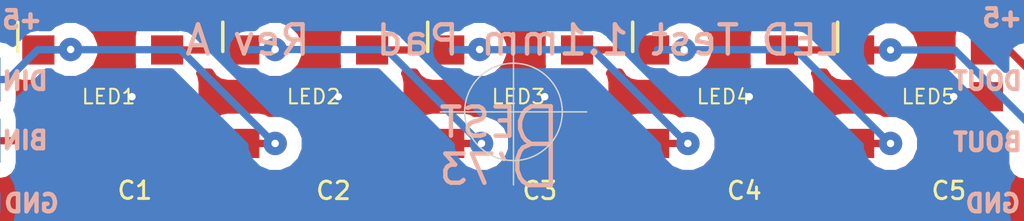
<source format=kicad_pcb>
(kicad_pcb (version 20171130) (host pcbnew "(6.0.0-rc1-dev-465-gd3c82b0)")

  (general
    (thickness 1.6)
    (drawings 36)
    (tracks 90)
    (zones 0)
    (modules 12)
    (nets 10)
  )

  (page A4)
  (layers
    (0 F.Cu jumper hide)
    (31 B.Cu signal hide)
    (32 B.Adhes user hide)
    (33 F.Adhes user hide)
    (34 B.Paste user hide)
    (35 F.Paste user hide)
    (36 B.SilkS user)
    (37 F.SilkS user hide)
    (38 B.Mask user hide)
    (39 F.Mask user hide)
    (40 Dwgs.User user hide)
    (41 Cmts.User user hide)
    (42 Eco1.User user hide)
    (43 Eco2.User user hide)
    (44 Edge.Cuts user hide)
    (45 Margin user hide)
    (46 B.CrtYd user hide)
    (47 F.CrtYd user hide)
    (48 B.Fab user hide)
    (49 F.Fab user hide)
  )

  (setup
    (last_trace_width 0.000152)
    (user_trace_width 0.24892)
    (user_trace_width 0.5)
    (trace_clearance 0.000152)
    (zone_clearance 0.508)
    (zone_45_only no)
    (trace_min 0.000152)
    (via_size 0.000686)
    (via_drill 0.00033)
    (via_min_size 0.000686)
    (via_min_drill 0.00033)
    (user_via 0.8 0.254)
    (uvia_size 0.000686)
    (uvia_drill 0.00033)
    (uvias_allowed no)
    (uvia_min_size 0)
    (uvia_min_drill 0)
    (edge_width 0.05)
    (segment_width 0.2)
    (pcb_text_width 0.3)
    (pcb_text_size 1.5 1.5)
    (mod_edge_width 0.12)
    (mod_text_size 1 1)
    (mod_text_width 0.15)
    (pad_size 1.5 1)
    (pad_drill 0.6)
    (pad_to_mask_clearance 0.00129)
    (aux_axis_origin 0 0)
    (visible_elements FFFFFF7F)
    (pcbplotparams
      (layerselection 0x010f8_ffffffff)
      (usegerberextensions false)
      (usegerberattributes false)
      (usegerberadvancedattributes false)
      (creategerberjobfile false)
      (excludeedgelayer true)
      (linewidth 0.100000)
      (plotframeref true)
      (viasonmask false)
      (mode 1)
      (useauxorigin false)
      (hpglpennumber 1)
      (hpglpenspeed 20)
      (hpglpendiameter 15.000000)
      (psnegative false)
      (psa4output false)
      (plotreference true)
      (plotvalue true)
      (plotinvisibletext false)
      (padsonsilk false)
      (subtractmaskfromsilk false)
      (outputformat 1)
      (mirror false)
      (drillshape 0)
      (scaleselection 1)
      (outputdirectory ""))
  )

  (net 0 "")
  (net 1 VDD)
  (net 2 GND)
  (net 3 DIN)
  (net 4 BIN)
  (net 5 D3)
  (net 6 D4)
  (net 7 D1)
  (net 8 D2)
  (net 9 D5)

  (net_class Default "This is the default net class."
    (clearance 0.000152)
    (trace_width 0.000152)
    (via_dia 0.000686)
    (via_drill 0.00033)
    (uvia_dia 0.000686)
    (uvia_drill 0.00033)
    (add_net BIN)
    (add_net D1)
    (add_net D2)
    (add_net D3)
    (add_net D4)
    (add_net D5)
    (add_net DIN)
    (add_net GND)
    (add_net VDD)
  )

  (module LEDStrip:C_0201_0603Metric (layer F.Cu) (tedit 5B99DEC1) (tstamp 5B9A09AA)
    (at 84.8995 148.217)
    (descr "Capacitor SMD 0201 (0603 Metric), square (rectangular) end terminal, IPC_7351 nominal, (Body size source: https://www.vishay.com/docs/20052/crcw0201e3.pdf), generated with kicad-footprint-generator")
    (tags capacitor)
    (attr smd)
    (fp_text reference C5 (at -1.5 0) (layer F.SilkS)
      (effects (font (size 0.6 0.6) (thickness 0.1)))
    )
    (fp_text value C (at 0 1.05) (layer F.Fab)
      (effects (font (size 0.6 0.6) (thickness 0.1)))
    )
    (fp_line (start -0.3 0.15) (end -0.3 -0.15) (layer F.Fab) (width 0.1))
    (fp_line (start -0.3 -0.15) (end 0.3 -0.15) (layer F.Fab) (width 0.1))
    (fp_line (start 0.3 -0.15) (end 0.3 0.15) (layer F.Fab) (width 0.1))
    (fp_line (start 0.3 0.15) (end -0.3 0.15) (layer F.Fab) (width 0.1))
    (fp_line (start -0.7 0.35) (end -0.7 -0.35) (layer F.CrtYd) (width 0.05))
    (fp_line (start -0.7 -0.35) (end 0.7 -0.35) (layer F.CrtYd) (width 0.05))
    (fp_line (start 0.7 -0.35) (end 0.7 0.35) (layer F.CrtYd) (width 0.05))
    (fp_line (start 0.7 0.35) (end -0.7 0.35) (layer F.CrtYd) (width 0.05))
    (fp_text user %R (at 0 -0.68) (layer F.Fab)
      (effects (font (size 0.25 0.25) (thickness 0.04)))
    )
    (pad "" smd roundrect (at -0.345 0) (size 0.318 0.36) (layers F.Paste) (roundrect_rratio 0.25))
    (pad "" smd roundrect (at 0.345 0) (size 0.318 0.36) (layers F.Paste) (roundrect_rratio 0.25))
    (pad 1 smd roundrect (at -0.32 0) (size 0.46 0.4) (layers F.Cu F.Mask) (roundrect_rratio 0.25)
      (net 1 VDD))
    (pad 2 smd roundrect (at 0.32 0) (size 0.46 0.4) (layers F.Cu F.Mask) (roundrect_rratio 0.25)
      (net 2 GND))
    (model ${KISYS3DMOD}/Capacitor_SMD.3dshapes/C_0201_0603Metric.wrl
      (at (xyz 0 0 0))
      (scale (xyz 1 1 1))
      (rotate (xyz 0 0 0))
    )
  )

  (module LEDStrip:C_0201_0603Metric (layer F.Cu) (tedit 5B99DEC1) (tstamp 5B9A0AE8)
    (at 77.9145 148.217)
    (descr "Capacitor SMD 0201 (0603 Metric), square (rectangular) end terminal, IPC_7351 nominal, (Body size source: https://www.vishay.com/docs/20052/crcw0201e3.pdf), generated with kicad-footprint-generator")
    (tags capacitor)
    (attr smd)
    (fp_text reference C4 (at -1.5 0) (layer F.SilkS)
      (effects (font (size 0.6 0.6) (thickness 0.1)))
    )
    (fp_text value C (at 0 1.05) (layer F.Fab)
      (effects (font (size 0.6 0.6) (thickness 0.1)))
    )
    (fp_line (start -0.3 0.15) (end -0.3 -0.15) (layer F.Fab) (width 0.1))
    (fp_line (start -0.3 -0.15) (end 0.3 -0.15) (layer F.Fab) (width 0.1))
    (fp_line (start 0.3 -0.15) (end 0.3 0.15) (layer F.Fab) (width 0.1))
    (fp_line (start 0.3 0.15) (end -0.3 0.15) (layer F.Fab) (width 0.1))
    (fp_line (start -0.7 0.35) (end -0.7 -0.35) (layer F.CrtYd) (width 0.05))
    (fp_line (start -0.7 -0.35) (end 0.7 -0.35) (layer F.CrtYd) (width 0.05))
    (fp_line (start 0.7 -0.35) (end 0.7 0.35) (layer F.CrtYd) (width 0.05))
    (fp_line (start 0.7 0.35) (end -0.7 0.35) (layer F.CrtYd) (width 0.05))
    (fp_text user %R (at 0 -0.68) (layer F.Fab)
      (effects (font (size 0.25 0.25) (thickness 0.04)))
    )
    (pad "" smd roundrect (at -0.345 0) (size 0.318 0.36) (layers F.Paste) (roundrect_rratio 0.25))
    (pad "" smd roundrect (at 0.345 0) (size 0.318 0.36) (layers F.Paste) (roundrect_rratio 0.25))
    (pad 1 smd roundrect (at -0.32 0) (size 0.46 0.4) (layers F.Cu F.Mask) (roundrect_rratio 0.25)
      (net 1 VDD))
    (pad 2 smd roundrect (at 0.32 0) (size 0.46 0.4) (layers F.Cu F.Mask) (roundrect_rratio 0.25)
      (net 2 GND))
    (model ${KISYS3DMOD}/Capacitor_SMD.3dshapes/C_0201_0603Metric.wrl
      (at (xyz 0 0 0))
      (scale (xyz 1 1 1))
      (rotate (xyz 0 0 0))
    )
  )

  (module LEDStrip:C_0201_0603Metric (layer F.Cu) (tedit 5B99DEC1) (tstamp 5B9A0C53)
    (at 70.9295 148.217)
    (descr "Capacitor SMD 0201 (0603 Metric), square (rectangular) end terminal, IPC_7351 nominal, (Body size source: https://www.vishay.com/docs/20052/crcw0201e3.pdf), generated with kicad-footprint-generator")
    (tags capacitor)
    (attr smd)
    (fp_text reference C3 (at -1.5 0) (layer F.SilkS)
      (effects (font (size 0.6 0.6) (thickness 0.1)))
    )
    (fp_text value C (at 0 1.05) (layer F.Fab)
      (effects (font (size 0.6 0.6) (thickness 0.1)))
    )
    (fp_line (start -0.3 0.15) (end -0.3 -0.15) (layer F.Fab) (width 0.1))
    (fp_line (start -0.3 -0.15) (end 0.3 -0.15) (layer F.Fab) (width 0.1))
    (fp_line (start 0.3 -0.15) (end 0.3 0.15) (layer F.Fab) (width 0.1))
    (fp_line (start 0.3 0.15) (end -0.3 0.15) (layer F.Fab) (width 0.1))
    (fp_line (start -0.7 0.35) (end -0.7 -0.35) (layer F.CrtYd) (width 0.05))
    (fp_line (start -0.7 -0.35) (end 0.7 -0.35) (layer F.CrtYd) (width 0.05))
    (fp_line (start 0.7 -0.35) (end 0.7 0.35) (layer F.CrtYd) (width 0.05))
    (fp_line (start 0.7 0.35) (end -0.7 0.35) (layer F.CrtYd) (width 0.05))
    (fp_text user %R (at 0 -0.68) (layer F.Fab)
      (effects (font (size 0.25 0.25) (thickness 0.04)))
    )
    (pad "" smd roundrect (at -0.345 0) (size 0.318 0.36) (layers F.Paste) (roundrect_rratio 0.25))
    (pad "" smd roundrect (at 0.345 0) (size 0.318 0.36) (layers F.Paste) (roundrect_rratio 0.25))
    (pad 1 smd roundrect (at -0.32 0) (size 0.46 0.4) (layers F.Cu F.Mask) (roundrect_rratio 0.25)
      (net 1 VDD))
    (pad 2 smd roundrect (at 0.32 0) (size 0.46 0.4) (layers F.Cu F.Mask) (roundrect_rratio 0.25)
      (net 2 GND))
    (model ${KISYS3DMOD}/Capacitor_SMD.3dshapes/C_0201_0603Metric.wrl
      (at (xyz 0 0 0))
      (scale (xyz 1 1 1))
      (rotate (xyz 0 0 0))
    )
  )

  (module LEDStrip:C_0201_0603Metric (layer F.Cu) (tedit 5B99DEC1) (tstamp 5B9A0A1C)
    (at 63.881 148.217)
    (descr "Capacitor SMD 0201 (0603 Metric), square (rectangular) end terminal, IPC_7351 nominal, (Body size source: https://www.vishay.com/docs/20052/crcw0201e3.pdf), generated with kicad-footprint-generator")
    (tags capacitor)
    (attr smd)
    (fp_text reference C2 (at -1.5 0) (layer F.SilkS)
      (effects (font (size 0.6 0.6) (thickness 0.1)))
    )
    (fp_text value C (at 0 1.05) (layer F.Fab)
      (effects (font (size 0.6 0.6) (thickness 0.1)))
    )
    (fp_line (start -0.3 0.15) (end -0.3 -0.15) (layer F.Fab) (width 0.1))
    (fp_line (start -0.3 -0.15) (end 0.3 -0.15) (layer F.Fab) (width 0.1))
    (fp_line (start 0.3 -0.15) (end 0.3 0.15) (layer F.Fab) (width 0.1))
    (fp_line (start 0.3 0.15) (end -0.3 0.15) (layer F.Fab) (width 0.1))
    (fp_line (start -0.7 0.35) (end -0.7 -0.35) (layer F.CrtYd) (width 0.05))
    (fp_line (start -0.7 -0.35) (end 0.7 -0.35) (layer F.CrtYd) (width 0.05))
    (fp_line (start 0.7 -0.35) (end 0.7 0.35) (layer F.CrtYd) (width 0.05))
    (fp_line (start 0.7 0.35) (end -0.7 0.35) (layer F.CrtYd) (width 0.05))
    (fp_text user %R (at 0 -0.68) (layer F.Fab)
      (effects (font (size 0.25 0.25) (thickness 0.04)))
    )
    (pad "" smd roundrect (at -0.345 0) (size 0.318 0.36) (layers F.Paste) (roundrect_rratio 0.25))
    (pad "" smd roundrect (at 0.345 0) (size 0.318 0.36) (layers F.Paste) (roundrect_rratio 0.25))
    (pad 1 smd roundrect (at -0.32 0) (size 0.46 0.4) (layers F.Cu F.Mask) (roundrect_rratio 0.25)
      (net 1 VDD))
    (pad 2 smd roundrect (at 0.32 0) (size 0.46 0.4) (layers F.Cu F.Mask) (roundrect_rratio 0.25)
      (net 2 GND))
    (model ${KISYS3DMOD}/Capacitor_SMD.3dshapes/C_0201_0603Metric.wrl
      (at (xyz 0 0 0))
      (scale (xyz 1 1 1))
      (rotate (xyz 0 0 0))
    )
  )

  (module Capacitor_SMD:C_0201_0603Metric (layer F.Cu) (tedit 5B99D7F3) (tstamp 5B9A0A61)
    (at 56.896 148.209)
    (descr "Capacitor SMD 0201 (0603 Metric), square (rectangular) end terminal, IPC_7351 nominal, (Body size source: https://www.vishay.com/docs/20052/crcw0201e3.pdf), generated with kicad-footprint-generator")
    (tags capacitor)
    (attr smd)
    (fp_text reference C1 (at -1.3 0) (layer F.SilkS)
      (effects (font (size 0.6 0.6) (thickness 0.1)))
    )
    (fp_text value C (at 0 1.05) (layer F.Fab)
      (effects (font (size 0.6 0.6) (thickness 0.1)))
    )
    (fp_line (start -0.3 0.15) (end -0.3 -0.15) (layer F.Fab) (width 0.1))
    (fp_line (start -0.3 -0.15) (end 0.3 -0.15) (layer F.Fab) (width 0.1))
    (fp_line (start 0.3 -0.15) (end 0.3 0.15) (layer F.Fab) (width 0.1))
    (fp_line (start 0.3 0.15) (end -0.3 0.15) (layer F.Fab) (width 0.1))
    (fp_line (start -0.7 0.35) (end -0.7 -0.35) (layer F.CrtYd) (width 0.05))
    (fp_line (start -0.7 -0.35) (end 0.7 -0.35) (layer F.CrtYd) (width 0.05))
    (fp_line (start 0.7 -0.35) (end 0.7 0.35) (layer F.CrtYd) (width 0.05))
    (fp_line (start 0.7 0.35) (end -0.7 0.35) (layer F.CrtYd) (width 0.05))
    (fp_text user %R (at 0 -0.68) (layer F.Fab)
      (effects (font (size 0.25 0.25) (thickness 0.04)))
    )
    (pad "" smd roundrect (at -0.345 0) (size 0.318 0.36) (layers F.Paste) (roundrect_rratio 0.25))
    (pad "" smd roundrect (at 0.345 0) (size 0.318 0.36) (layers F.Paste) (roundrect_rratio 0.25))
    (pad 1 smd roundrect (at -0.32 0) (size 0.46 0.4) (layers F.Cu F.Mask) (roundrect_rratio 0.25)
      (net 1 VDD))
    (pad 2 smd roundrect (at 0.32 0) (size 0.46 0.4) (layers F.Cu F.Mask) (roundrect_rratio 0.25)
      (net 2 GND))
    (model ${KISYS3DMOD}/Capacitor_SMD.3dshapes/C_0201_0603Metric.wrl
      (at (xyz 0 0 0))
      (scale (xyz 1 1 1))
      (rotate (xyz 0 0 0))
    )
  )

  (module TX1818A:TX1818A_5.0x5.0mm_Pad1.1mm (layer F.Cu) (tedit 5B97295A) (tstamp 5B9A0B20)
    (at 75.5 145)
    (descr http://www.normandled.com/upload/201605/WS2813%20LED%20Datasheet.pdf)
    (tags "LED RGB PLCC-6")
    (attr smd)
    (fp_text reference LED4 (at 3.81 0 90) (layer F.Fab)
      (effects (font (size 1 1) (thickness 0.15)))
    )
    (fp_text value TX1818A (at 0 4) (layer F.Fab)
      (effects (font (size 1 1) (thickness 0.15)))
    )
    (fp_text user %R (at 0.2 0) (layer F.SilkS)
      (effects (font (size 0.5 0.5) (thickness 0.07)))
    )
    (fp_line (start 3.1 -2.85) (end -3.1 -2.85) (layer F.CrtYd) (width 0.05))
    (fp_line (start 3.1 2.85) (end 3.1 -2.85) (layer F.CrtYd) (width 0.05))
    (fp_line (start -3.1 2.85) (end 3.1 2.85) (layer F.CrtYd) (width 0.05))
    (fp_line (start -3.1 -2.85) (end -3.1 2.85) (layer F.CrtYd) (width 0.05))
    (fp_line (start -2.5 -1.5) (end -1.5 -2.5) (layer F.Fab) (width 0.1))
    (fp_line (start -2.5 -2.5) (end 2.5 -2.5) (layer F.Fab) (width 0.1))
    (fp_line (start 2.5 -2.5) (end 2.5 2.5) (layer F.Fab) (width 0.1))
    (fp_line (start 2.5 2.5) (end -2.5 2.5) (layer F.Fab) (width 0.1))
    (fp_line (start -2.5 2.5) (end -2.5 -2.5) (layer F.Fab) (width 0.1))
    (fp_line (start -2.9 -1.55) (end -2.9 -2.55) (layer F.SilkS) (width 0.12))
    (fp_circle (center 0 0) (end 0 -2) (layer F.Fab) (width 0.1))
    (pad 4 smd rect (at 2.6 1.6) (size 1.1 1) (drill (offset -0.4 0)) (layers F.Cu F.Paste F.Mask)
      (net 1 VDD))
    (pad 5 smd rect (at 2.6 0) (size 1.1 1) (drill (offset -0.4 0)) (layers F.Cu F.Paste F.Mask)
      (net 1 VDD))
    (pad 6 smd rect (at 2.6 -1.6) (size 1.1 1) (drill (offset -0.4 0)) (layers F.Cu F.Paste F.Mask)
      (net 6 D4))
    (pad 3 smd rect (at -2.6 1.6) (size 1.1 1) (drill (offset 0.4 0)) (layers F.Cu F.Paste F.Mask)
      (net 8 D2))
    (pad 2 smd rect (at -2.6 0) (size 1.1 1) (drill (offset 0.4 0)) (layers F.Cu F.Paste F.Mask)
      (net 2 GND))
    (pad 1 smd rect (at -2.6 -1.6) (size 1.1 1) (drill (offset 0.4 0)) (layers F.Cu F.Paste F.Mask)
      (net 5 D3))
    (model ${KISYS3DMOD}/LED_SMD.3dshapes/LED_Normandled_WS2813-06_5.0x5.0mm_Pitch1.6mm.wrl
      (at (xyz 0 0 0))
      (scale (xyz 1 1 1))
      (rotate (xyz 0 0 0))
    )
  )

  (module TX1818A:TX1818A_5.0x5.0mm_Pad1.1mm (layer F.Cu) (tedit 5B97295A) (tstamp 5B9A09DF)
    (at 54.5 145.000001)
    (descr http://www.normandled.com/upload/201605/WS2813%20LED%20Datasheet.pdf)
    (tags "LED RGB PLCC-6")
    (attr smd)
    (fp_text reference LED1 (at 3.81 0 90) (layer F.Fab)
      (effects (font (size 1 1) (thickness 0.15)))
    )
    (fp_text value TX1818A (at 0 4) (layer F.Fab)
      (effects (font (size 1 1) (thickness 0.15)))
    )
    (fp_text user %R (at 0.2 0) (layer F.SilkS)
      (effects (font (size 0.5 0.5) (thickness 0.07)))
    )
    (fp_line (start 3.1 -2.85) (end -3.1 -2.85) (layer F.CrtYd) (width 0.05))
    (fp_line (start 3.1 2.85) (end 3.1 -2.85) (layer F.CrtYd) (width 0.05))
    (fp_line (start -3.1 2.85) (end 3.1 2.85) (layer F.CrtYd) (width 0.05))
    (fp_line (start -3.1 -2.85) (end -3.1 2.85) (layer F.CrtYd) (width 0.05))
    (fp_line (start -2.5 -1.5) (end -1.5 -2.5) (layer F.Fab) (width 0.1))
    (fp_line (start -2.5 -2.5) (end 2.5 -2.5) (layer F.Fab) (width 0.1))
    (fp_line (start 2.5 -2.5) (end 2.5 2.5) (layer F.Fab) (width 0.1))
    (fp_line (start 2.5 2.5) (end -2.5 2.5) (layer F.Fab) (width 0.1))
    (fp_line (start -2.5 2.5) (end -2.5 -2.5) (layer F.Fab) (width 0.1))
    (fp_line (start -2.9 -1.55) (end -2.9 -2.55) (layer F.SilkS) (width 0.12))
    (fp_circle (center 0 0) (end 0 -2) (layer F.Fab) (width 0.1))
    (pad 4 smd rect (at 2.6 1.6) (size 1.1 1) (drill (offset -0.4 0)) (layers F.Cu F.Paste F.Mask)
      (net 1 VDD))
    (pad 5 smd rect (at 2.6 0) (size 1.1 1) (drill (offset -0.4 0)) (layers F.Cu F.Paste F.Mask)
      (net 1 VDD))
    (pad 6 smd rect (at 2.6 -1.6) (size 1.1 1) (drill (offset -0.4 0)) (layers F.Cu F.Paste F.Mask)
      (net 7 D1))
    (pad 3 smd rect (at -2.6 1.6) (size 1.1 1) (drill (offset 0.4 0)) (layers F.Cu F.Paste F.Mask)
      (net 4 BIN))
    (pad 2 smd rect (at -2.6 0) (size 1.1 1) (drill (offset 0.4 0)) (layers F.Cu F.Paste F.Mask)
      (net 2 GND))
    (pad 1 smd rect (at -2.6 -1.6) (size 1.1 1) (drill (offset 0.4 0)) (layers F.Cu F.Paste F.Mask)
      (net 3 DIN))
    (model ${KISYS3DMOD}/LED_SMD.3dshapes/LED_Normandled_WS2813-06_5.0x5.0mm_Pitch1.6mm.wrl
      (at (xyz 0 0 0))
      (scale (xyz 1 1 1))
      (rotate (xyz 0 0 0))
    )
  )

  (module TX1818A:TX1818A_5.0x5.0mm_Pad1.1mm (layer F.Cu) (tedit 5B97295A) (tstamp 5B9A0A9F)
    (at 61.5 145)
    (descr http://www.normandled.com/upload/201605/WS2813%20LED%20Datasheet.pdf)
    (tags "LED RGB PLCC-6")
    (attr smd)
    (fp_text reference LED2 (at 3.81 0 90) (layer F.Fab)
      (effects (font (size 1 1) (thickness 0.15)))
    )
    (fp_text value TX1818A (at 0 4) (layer F.Fab)
      (effects (font (size 1 1) (thickness 0.15)))
    )
    (fp_text user %R (at 0.2 0) (layer F.SilkS)
      (effects (font (size 0.5 0.5) (thickness 0.07)))
    )
    (fp_line (start 3.1 -2.85) (end -3.1 -2.85) (layer F.CrtYd) (width 0.05))
    (fp_line (start 3.1 2.85) (end 3.1 -2.85) (layer F.CrtYd) (width 0.05))
    (fp_line (start -3.1 2.85) (end 3.1 2.85) (layer F.CrtYd) (width 0.05))
    (fp_line (start -3.1 -2.85) (end -3.1 2.85) (layer F.CrtYd) (width 0.05))
    (fp_line (start -2.5 -1.5) (end -1.5 -2.5) (layer F.Fab) (width 0.1))
    (fp_line (start -2.5 -2.5) (end 2.5 -2.5) (layer F.Fab) (width 0.1))
    (fp_line (start 2.5 -2.5) (end 2.5 2.5) (layer F.Fab) (width 0.1))
    (fp_line (start 2.5 2.5) (end -2.5 2.5) (layer F.Fab) (width 0.1))
    (fp_line (start -2.5 2.5) (end -2.5 -2.5) (layer F.Fab) (width 0.1))
    (fp_line (start -2.9 -1.55) (end -2.9 -2.55) (layer F.SilkS) (width 0.12))
    (fp_circle (center 0 0) (end 0 -2) (layer F.Fab) (width 0.1))
    (pad 4 smd rect (at 2.6 1.6) (size 1.1 1) (drill (offset -0.4 0)) (layers F.Cu F.Paste F.Mask)
      (net 1 VDD))
    (pad 5 smd rect (at 2.6 0) (size 1.1 1) (drill (offset -0.4 0)) (layers F.Cu F.Paste F.Mask)
      (net 1 VDD))
    (pad 6 smd rect (at 2.6 -1.6) (size 1.1 1) (drill (offset -0.4 0)) (layers F.Cu F.Paste F.Mask)
      (net 8 D2))
    (pad 3 smd rect (at -2.6 1.6) (size 1.1 1) (drill (offset 0.4 0)) (layers F.Cu F.Paste F.Mask)
      (net 3 DIN))
    (pad 2 smd rect (at -2.6 0) (size 1.1 1) (drill (offset 0.4 0)) (layers F.Cu F.Paste F.Mask)
      (net 2 GND))
    (pad 1 smd rect (at -2.6 -1.6) (size 1.1 1) (drill (offset 0.4 0)) (layers F.Cu F.Paste F.Mask)
      (net 7 D1))
    (model ${KISYS3DMOD}/LED_SMD.3dshapes/LED_Normandled_WS2813-06_5.0x5.0mm_Pitch1.6mm.wrl
      (at (xyz 0 0 0))
      (scale (xyz 1 1 1))
      (rotate (xyz 0 0 0))
    )
  )

  (module TX1818A:TX1818A_5.0x5.0mm_Pad1.1mm (layer F.Cu) (tedit 5B97295A) (tstamp 5B9A095B)
    (at 68.499999 145)
    (descr http://www.normandled.com/upload/201605/WS2813%20LED%20Datasheet.pdf)
    (tags "LED RGB PLCC-6")
    (attr smd)
    (fp_text reference LED3 (at 3.81 0 90) (layer F.Fab)
      (effects (font (size 1 1) (thickness 0.15)))
    )
    (fp_text value TX1818A (at 0 4) (layer F.Fab)
      (effects (font (size 1 1) (thickness 0.15)))
    )
    (fp_text user %R (at 0.2 0) (layer F.SilkS)
      (effects (font (size 0.5 0.5) (thickness 0.07)))
    )
    (fp_line (start 3.1 -2.85) (end -3.1 -2.85) (layer F.CrtYd) (width 0.05))
    (fp_line (start 3.1 2.85) (end 3.1 -2.85) (layer F.CrtYd) (width 0.05))
    (fp_line (start -3.1 2.85) (end 3.1 2.85) (layer F.CrtYd) (width 0.05))
    (fp_line (start -3.1 -2.85) (end -3.1 2.85) (layer F.CrtYd) (width 0.05))
    (fp_line (start -2.5 -1.5) (end -1.5 -2.5) (layer F.Fab) (width 0.1))
    (fp_line (start -2.5 -2.5) (end 2.5 -2.5) (layer F.Fab) (width 0.1))
    (fp_line (start 2.5 -2.5) (end 2.5 2.5) (layer F.Fab) (width 0.1))
    (fp_line (start 2.5 2.5) (end -2.5 2.5) (layer F.Fab) (width 0.1))
    (fp_line (start -2.5 2.5) (end -2.5 -2.5) (layer F.Fab) (width 0.1))
    (fp_line (start -2.9 -1.55) (end -2.9 -2.55) (layer F.SilkS) (width 0.12))
    (fp_circle (center 0 0) (end 0 -2) (layer F.Fab) (width 0.1))
    (pad 4 smd rect (at 2.6 1.6) (size 1.1 1) (drill (offset -0.4 0)) (layers F.Cu F.Paste F.Mask)
      (net 1 VDD))
    (pad 5 smd rect (at 2.6 0) (size 1.1 1) (drill (offset -0.4 0)) (layers F.Cu F.Paste F.Mask)
      (net 1 VDD))
    (pad 6 smd rect (at 2.6 -1.6) (size 1.1 1) (drill (offset -0.4 0)) (layers F.Cu F.Paste F.Mask)
      (net 5 D3))
    (pad 3 smd rect (at -2.6 1.6) (size 1.1 1) (drill (offset 0.4 0)) (layers F.Cu F.Paste F.Mask)
      (net 7 D1))
    (pad 2 smd rect (at -2.6 0) (size 1.1 1) (drill (offset 0.4 0)) (layers F.Cu F.Paste F.Mask)
      (net 2 GND))
    (pad 1 smd rect (at -2.6 -1.6) (size 1.1 1) (drill (offset 0.4 0)) (layers F.Cu F.Paste F.Mask)
      (net 8 D2))
    (model ${KISYS3DMOD}/LED_SMD.3dshapes/LED_Normandled_WS2813-06_5.0x5.0mm_Pitch1.6mm.wrl
      (at (xyz 0 0 0))
      (scale (xyz 1 1 1))
      (rotate (xyz 0 0 0))
    )
  )

  (module TX1818A:TX1818A_5.0x5.0mm_Pad1.1mm (layer F.Cu) (tedit 5B97295A) (tstamp 5B9A0B98)
    (at 82.499999 145)
    (descr http://www.normandled.com/upload/201605/WS2813%20LED%20Datasheet.pdf)
    (tags "LED RGB PLCC-6")
    (attr smd)
    (fp_text reference LED5 (at 3.81 0 90) (layer F.Fab)
      (effects (font (size 1 1) (thickness 0.15)))
    )
    (fp_text value TX1818A (at 0 4) (layer F.Fab)
      (effects (font (size 1 1) (thickness 0.15)))
    )
    (fp_text user %R (at 0.2 0) (layer F.SilkS)
      (effects (font (size 0.5 0.5) (thickness 0.07)))
    )
    (fp_line (start 3.1 -2.85) (end -3.1 -2.85) (layer F.CrtYd) (width 0.05))
    (fp_line (start 3.1 2.85) (end 3.1 -2.85) (layer F.CrtYd) (width 0.05))
    (fp_line (start -3.1 2.85) (end 3.1 2.85) (layer F.CrtYd) (width 0.05))
    (fp_line (start -3.1 -2.85) (end -3.1 2.85) (layer F.CrtYd) (width 0.05))
    (fp_line (start -2.5 -1.5) (end -1.5 -2.5) (layer F.Fab) (width 0.1))
    (fp_line (start -2.5 -2.5) (end 2.5 -2.5) (layer F.Fab) (width 0.1))
    (fp_line (start 2.5 -2.5) (end 2.5 2.5) (layer F.Fab) (width 0.1))
    (fp_line (start 2.5 2.5) (end -2.5 2.5) (layer F.Fab) (width 0.1))
    (fp_line (start -2.5 2.5) (end -2.5 -2.5) (layer F.Fab) (width 0.1))
    (fp_line (start -2.9 -1.55) (end -2.9 -2.55) (layer F.SilkS) (width 0.12))
    (fp_circle (center 0 0) (end 0 -2) (layer F.Fab) (width 0.1))
    (pad 4 smd rect (at 2.6 1.6) (size 1.1 1) (drill (offset -0.4 0)) (layers F.Cu F.Paste F.Mask)
      (net 1 VDD))
    (pad 5 smd rect (at 2.6 0) (size 1.1 1) (drill (offset -0.4 0)) (layers F.Cu F.Paste F.Mask)
      (net 1 VDD))
    (pad 6 smd rect (at 2.6 -1.6) (size 1.1 1) (drill (offset -0.4 0)) (layers F.Cu F.Paste F.Mask)
      (net 9 D5))
    (pad 3 smd rect (at -2.6 1.6) (size 1.1 1) (drill (offset 0.4 0)) (layers F.Cu F.Paste F.Mask)
      (net 5 D3))
    (pad 2 smd rect (at -2.6 0) (size 1.1 1) (drill (offset 0.4 0)) (layers F.Cu F.Paste F.Mask)
      (net 2 GND))
    (pad 1 smd rect (at -2.6 -1.6) (size 1.1 1) (drill (offset 0.4 0)) (layers F.Cu F.Paste F.Mask)
      (net 6 D4))
    (model ${KISYS3DMOD}/LED_SMD.3dshapes/LED_Normandled_WS2813-06_5.0x5.0mm_Pitch1.6mm.wrl
      (at (xyz 0 0 0))
      (scale (xyz 1 1 1))
      (rotate (xyz 0 0 0))
    )
  )

  (module LEDStrip:LEDStrip_SolderWirePad_1x04_P9x1mm_Drill0.6mm locked (layer F.Cu) (tedit 5B99A4FB) (tstamp 5B99A391)
    (at 50.5079 148.4757 90)
    (descr "Wire solder connection")
    (tags connector)
    (attr virtual)
    (fp_text reference IN (at 3.048 1.2065 90) (layer F.SilkS) hide
      (effects (font (size 0.6 0.6) (thickness 0.1)))
    )
    (fp_text value LEDStrip_SolderWirePad_1x04_P9x1mm_Drill0.6mm (at 3.048 2.286 90) (layer F.Fab)
      (effects (font (size 0.6 0.6) (thickness 0.1)))
    )
    (fp_line (start 7.476 0.5) (end -1.524 0.5) (layer F.CrtYd) (width 0.05))
    (fp_line (start 7.476 0.5) (end 7.476 -0.5) (layer F.CrtYd) (width 0.05))
    (fp_line (start -1.524 -0.5) (end -1.524 0.5) (layer F.CrtYd) (width 0.05))
    (fp_line (start -1.524 -0.5) (end 7.476 -0.5) (layer F.CrtYd) (width 0.05))
    (fp_text user %R (at 3.302 0 90) (layer F.Fab)
      (effects (font (size 0.5 0.5) (thickness 0.1)))
    )
    (pad 4 thru_hole rect (at 6.096 0 90) (size 1.5 1) (drill 0.6) (layers *.Cu *.Mask)
      (net 1 VDD))
    (pad 3 thru_hole rect (at 4.064 0 90) (size 1.5 1) (drill 0.6) (layers *.Cu *.Mask)
      (net 3 DIN))
    (pad 2 thru_hole rect (at 1.9685 0 90) (size 1.5 1) (drill 0.6) (layers *.Cu *.Mask)
      (net 4 BIN))
    (pad 1 thru_hole oval (at -0.127 0 90) (size 1.5 1) (drill 0.6) (layers *.Cu *.Mask)
      (net 2 GND))
  )

  (module LEDStrip:LEDStrip_SolderWirePad_1x04_P9x1mm_Drill0.6mm locked (layer F.Cu) (tedit 5B99A4B9) (tstamp 5B99A3C2)
    (at 86.487 148.5011 90)
    (descr "Wire solder connection")
    (tags connector)
    (attr virtual)
    (fp_text reference OUT (at 3.048 1.2065 90) (layer F.SilkS) hide
      (effects (font (size 0.6 0.6) (thickness 0.1)))
    )
    (fp_text value LEDStrip_SolderWirePad_1x04_P9x1mm_Drill0.6mm (at 3.048 2.286 90) (layer F.Fab)
      (effects (font (size 0.6 0.6) (thickness 0.1)))
    )
    (fp_text user %R (at 3.302 0 90) (layer F.Fab)
      (effects (font (size 0.5 0.5) (thickness 0.1)))
    )
    (fp_line (start -1.524 -0.5) (end 7.476 -0.5) (layer F.CrtYd) (width 0.05))
    (fp_line (start -1.524 -0.5) (end -1.524 0.5) (layer F.CrtYd) (width 0.05))
    (fp_line (start 7.476 0.5) (end 7.476 -0.5) (layer F.CrtYd) (width 0.05))
    (fp_line (start 7.476 0.5) (end -1.524 0.5) (layer F.CrtYd) (width 0.05))
    (pad 1 thru_hole oval (at -0.127 0 90) (size 1.5 1) (drill 0.6) (layers *.Cu *.Mask)
      (net 2 GND))
    (pad 2 thru_hole rect (at 1.9685 0 90) (size 1.5 1) (drill 0.6) (layers *.Cu *.Mask)
      (net 6 D4))
    (pad 3 thru_hole rect (at 4.064 0 90) (size 1.5 1) (drill 0.6) (layers *.Cu *.Mask)
      (net 9 D5))
    (pad 4 thru_hole rect (at 6.096 0 90) (size 1.5 1) (drill 0.6) (layers *.Cu *.Mask)
      (net 1 VDD))
  )

  (gr_text B (at 69.2785 146.785) (layer B.SilkS)
    (effects (font (size 2.7 2) (thickness 0.15)) (justify mirror))
  )
  (gr_text "EST\n'73" (at 65.913 146.685) (layer B.SilkS)
    (effects (font (size 1 1) (thickness 0.15)) (justify right mirror))
  )
  (gr_text "LED Test 1.1mm Pad   Rev A" (at 68.5165 143.0655) (layer B.SilkS)
    (effects (font (size 1 1) (thickness 0.15)) (justify mirror))
  )
  (target plus (at 68.5292 145.51944) (size 5) (width 0.05) (layer Edge.Cuts))
  (gr_text +5 (at 85.979 142.3035) (layer B.SilkS) (tstamp 5B9A0C26)
    (effects (font (size 0.6 0.6) (thickness 0.15)) (justify left mirror))
  )
  (gr_text GND (at 85.9155 148.6535) (layer B.SilkS) (tstamp 5B9A0C3E)
    (effects (font (size 0.6 0.6) (thickness 0.15)) (justify left mirror))
  )
  (gr_text DOUT (at 85.979 144.4625) (layer B.SilkS) (tstamp 5B9A0BE1)
    (effects (font (size 0.6 0.6) (thickness 0.15)) (justify left mirror))
  )
  (gr_text BOUT (at 85.979 146.558) (layer B.SilkS) (tstamp 5B9A0BCF)
    (effects (font (size 0.6 0.6) (thickness 0.15)) (justify left mirror))
  )
  (gr_text BIN (at 50.9905 146.4945) (layer B.SilkS) (tstamp 5B9A0B75)
    (effects (font (size 0.6 0.6) (thickness 0.15)) (justify right mirror))
  )
  (gr_text DIN (at 50.9905 144.4625) (layer B.SilkS) (tstamp 5B9A0B7B)
    (effects (font (size 0.6 0.6) (thickness 0.15)) (justify right mirror))
  )
  (gr_text GND (at 51.054 148.6535) (layer B.SilkS) (tstamp 5B9A0C41)
    (effects (font (size 0.6 0.6) (thickness 0.15)) (justify right mirror))
  )
  (gr_text +5 (at 50.9905 142.367) (layer B.SilkS) (tstamp 5B9A0B51)
    (effects (font (size 0.6 0.6) (thickness 0.15)) (justify right mirror))
  )
  (gr_line (start 85 142.5) (end 80 142.5) (layer Cmts.User) (width 0.15) (tstamp 5B9A0C0E))
  (gr_line (start 85 147.5) (end 85 142.5) (layer Cmts.User) (width 0.15) (tstamp 5B9A0C1A))
  (gr_line (start 80 147.5) (end 85 147.5) (layer Cmts.User) (width 0.15) (tstamp 5B9A0C05))
  (gr_line (start 80 142.5) (end 80 147.5) (layer Cmts.User) (width 0.15) (tstamp 5B9A0C80))
  (gr_line (start 78 142.5) (end 73 142.5) (layer Cmts.User) (width 0.15) (tstamp 5B9A0BF6))
  (gr_line (start 78 147.5) (end 78 142.5) (layer Cmts.User) (width 0.15) (tstamp 5B9A0BED))
  (gr_line (start 73 147.5) (end 78 147.5) (layer Cmts.User) (width 0.15) (tstamp 5B9A0BF9))
  (gr_line (start 73 142.5) (end 73 147.5) (layer Cmts.User) (width 0.15) (tstamp 5B9A0C1D))
  (gr_line (start 71 142.5) (end 65.999999 142.5) (layer Cmts.User) (width 0.15) (tstamp 5B9A0C23))
  (gr_line (start 71 147.5) (end 71 142.5) (layer Cmts.User) (width 0.15) (tstamp 5B9A0C74))
  (gr_line (start 65.999999 147.5) (end 71 147.5) (layer Cmts.User) (width 0.15) (tstamp 5B9A0C35))
  (gr_line (start 65.999999 142.5) (end 65.999999 147.5) (layer Cmts.User) (width 0.15) (tstamp 5B9A0C02))
  (gr_line (start 64 142.5) (end 59 142.5) (layer Cmts.User) (width 0.15) (tstamp 5B9A0BFC))
  (gr_line (start 64 147.5) (end 64 142.5) (layer Cmts.User) (width 0.15) (tstamp 5B9A0C3B))
  (gr_line (start 59 147.5) (end 64 147.5) (layer Cmts.User) (width 0.15) (tstamp 5B9A0B5A))
  (gr_line (start 59 142.5) (end 59 147.5) (layer Cmts.User) (width 0.15) (tstamp 5B9A0C20))
  (gr_line (start 57 142.5) (end 52 142.5) (layer Cmts.User) (width 0.15) (tstamp 5B9A0C29))
  (gr_line (start 57 147.500001) (end 57 142.5) (layer Cmts.User) (width 0.15) (tstamp 5B9A0C2F))
  (gr_line (start 52 147.500001) (end 57 147.500001) (layer Cmts.User) (width 0.15) (tstamp 5B9A0BFF))
  (gr_line (start 52 142.5) (end 52 147.500001) (layer Cmts.User) (width 0.15) (tstamp 5B9A0C2C))
  (gr_line (start 50 141) (end 87 141) (layer Edge.Cuts) (width 0.15))
  (gr_line (start 50 150) (end 50 141) (layer Edge.Cuts) (width 0.15))
  (gr_line (start 87 150) (end 50 150) (layer Edge.Cuts) (width 0.15))
  (gr_line (start 87 141) (end 87 150) (layer Edge.Cuts) (width 0.15))

  (segment (start 83.566 144.958) (end 85 144.958) (width 0.5) (layer F.Cu) (net 1) (tstamp 5B9A0BF0))
  (segment (start 85 146.558001) (end 83.600001 146.558001) (width 0.5) (layer F.Cu) (net 1) (tstamp 5B9A0A88))
  (segment (start 83.566 144.958) (end 83.566 146.524) (width 0.5) (layer F.Cu) (net 1) (tstamp 5B9A098F))
  (segment (start 76.581 144.958) (end 78 144.958) (width 0.5) (layer F.Cu) (net 1) (tstamp 5B9A0A40))
  (segment (start 78 146.558001) (end 76.615001 146.558001) (width 0.5) (layer F.Cu) (net 1) (tstamp 5B9A0B60))
  (segment (start 76.581 144.958) (end 76.581 146.524) (width 0.5) (layer F.Cu) (net 1) (tstamp 5B9A0B72))
  (segment (start 69.596 144.958) (end 71 144.958) (width 0.5) (layer F.Cu) (net 1) (tstamp 5B9A0C32))
  (segment (start 71 146.558001) (end 69.630001 146.558001) (width 0.5) (layer F.Cu) (net 1) (tstamp 5B9A093B))
  (segment (start 69.596 144.958) (end 69.596 146.524) (width 0.5) (layer F.Cu) (net 1) (tstamp 5B9A0BE4))
  (segment (start 62.5475 144.958) (end 64 144.958) (width 0.5) (layer F.Cu) (net 1) (tstamp 5B9A0A4F))
  (segment (start 64 146.558001) (end 62.581501 146.558001) (width 0.5) (layer F.Cu) (net 1) (tstamp 5B9A0A0A))
  (segment (start 62.5475 144.958) (end 62.5475 146.524) (width 0.5) (layer F.Cu) (net 1) (tstamp 5B9A0A82))
  (via (at 62.5475 145) (size 0.8) (drill 0.245) (layers F.Cu B.Cu) (net 1) (tstamp 5B9A093E) (status 30))
  (via (at 69.596 145) (size 0.8) (drill 0.254) (layers F.Cu B.Cu) (net 1) (tstamp 5B9A0C17) (status 30))
  (via (at 76.581 145) (size 0.8) (drill 0.254) (layers F.Cu B.Cu) (net 1) (tstamp 5B9A0B66) (status 30))
  (via (at 83.566 145) (size 0.8) (drill 0.254) (layers F.Cu B.Cu) (net 1) (tstamp 5B9A0C0B) (status 30))
  (via (at 55.499 145) (size 0.8) (drill 0.254) (layers F.Cu B.Cu) (net 1) (tstamp 5B9A0AD6) (status 30))
  (segment (start 57.099999 145) (end 57.1 145.000001) (width 0.24892) (layer F.Cu) (net 1) (tstamp 5B9A0C7A))
  (segment (start 55.499 145) (end 57 145) (width 0.5) (layer F.Cu) (net 1) (tstamp 5B9A0C08))
  (segment (start 57 146.600001) (end 55.533001 146.600001) (width 0.5) (layer F.Cu) (net 1) (tstamp 5B9A0A4C))
  (segment (start 55.533001 146.600001) (end 55.499 146.566) (width 0.24892) (layer F.Cu) (net 1) (tstamp 5B9A0ACD))
  (segment (start 55.499 145) (end 55.499 146.566) (width 0.5) (layer F.Cu) (net 1) (tstamp 5B9A0A43))
  (segment (start 57.1 146.600001) (end 57.120001 146.600001) (width 0.24892) (layer F.Cu) (net 1) (tstamp 5B9A0B6C))
  (segment (start 64.1 146.6) (end 64.12 146.6) (width 0.24892) (layer F.Cu) (net 1) (tstamp 5B9A0B5D))
  (segment (start 71.099999 146.6) (end 71.12 146.6) (width 0.24892) (layer F.Cu) (net 1) (tstamp 5B9A0AD0))
  (segment (start 78.1 146.6) (end 78.12 146.6) (width 0.24892) (layer F.Cu) (net 1) (tstamp 5B9A0941))
  (segment (start 85.099999 146.6) (end 85.099999 146.979999) (width 0.24892) (layer F.Cu) (net 1) (tstamp 5B9A0BDE))
  (segment (start 84.5795 147.120499) (end 84.5795 148.217) (width 0.5) (layer F.Cu) (net 1))
  (segment (start 85 146.6) (end 84.5795 147.120499) (width 0.5) (layer F.Cu) (net 1))
  (segment (start 77.5945 147.1055) (end 77.5945 148.217) (width 0.5) (layer F.Cu) (net 1))
  (segment (start 78 146.6) (end 77.5945 147.1055) (width 0.5) (layer F.Cu) (net 1))
  (segment (start 70.6095 147.090499) (end 70.6095 148.217) (width 0.5) (layer F.Cu) (net 1))
  (segment (start 71 146.6) (end 70.6095 147.090499) (width 0.5) (layer F.Cu) (net 1))
  (segment (start 63.561 147.139) (end 63.561 148.217) (width 0.5) (layer F.Cu) (net 1))
  (segment (start 64 146.6) (end 63.561 147.139) (width 0.5) (layer F.Cu) (net 1))
  (segment (start 56.576 147.124001) (end 56.576 148.209) (width 0.5) (layer F.Cu) (net 1))
  (segment (start 57 146.600001) (end 56.576 147.124001) (width 0.5) (layer F.Cu) (net 1))
  (segment (start 50.5079 142.3797) (end 51.1048 142.3797) (width 0.5) (layer B.Cu) (net 1))
  (segment (start 86.087001 148.553499) (end 86.487 148.1535) (width 0.25) (layer F.Cu) (net 2) (tstamp 5B9A0BC9))
  (segment (start 50.5079 148.1027) (end 51.2953 148.1027) (width 0.000152) (layer F.Cu) (net 2) (tstamp 5B9A0B54))
  (via (at 60.3885 146.6) (size 0.8) (drill 0.254) (layers F.Cu B.Cu) (net 3) (tstamp 5B9A0B4B))
  (segment (start 58.9 146.6) (end 60.3885 146.6) (width 0.24892) (layer F.Cu) (net 3) (tstamp 5B9A0BCC))
  (segment (start 50.5079 144.4117) (end 51.25682 144.4117) (width 0.24892) (layer B.Cu) (net 3))
  (segment (start 51.25682 144.4117) (end 52.27752 143.391) (width 0.24892) (layer B.Cu) (net 3))
  (segment (start 52.27752 143.391) (end 53.467 143.391) (width 0.24892) (layer B.Cu) (net 3))
  (segment (start 60.3885 146.6295) (end 60.3885 146.6) (width 0.24892) (layer B.Cu) (net 3))
  (segment (start 57.15 143.391) (end 60.3885 146.6295) (width 0.24892) (layer B.Cu) (net 3))
  (segment (start 53.467 143.391) (end 57.15 143.391) (width 0.24892) (layer B.Cu) (net 3) (tstamp 5B9A1BA5))
  (via (at 53.4035 143.383) (size 0.8) (drill 0.254) (layers F.Cu B.Cu) (net 3))
  (segment (start 53.386499 143.400001) (end 53.4035 143.383) (width 0.24892) (layer F.Cu) (net 3))
  (segment (start 51.9 143.400001) (end 53.386499 143.400001) (width 0.24892) (layer F.Cu) (net 3))
  (segment (start 51.807199 146.5072) (end 51.9 146.600001) (width 0.24892) (layer F.Cu) (net 4))
  (segment (start 50.5079 146.5072) (end 51.807199 146.5072) (width 0.24892) (layer F.Cu) (net 4))
  (segment (start 79.9185 146.6) (end 81.407 146.6) (width 0.24892) (layer F.Cu) (net 5) (tstamp 5B9A0989))
  (segment (start 78.1685 143.391) (end 81.407 146.6295) (width 0.24892) (layer B.Cu) (net 5) (tstamp 5B9A0C14))
  (via (at 81.407 146.6) (size 0.8) (drill 0.254) (layers F.Cu B.Cu) (net 5) (tstamp 5B9A0B4E))
  (segment (start 73.4425 143.391) (end 74.3585 143.391) (width 0.24892) (layer B.Cu) (net 5) (tstamp 5B9A0A3D))
  (segment (start 71.099999 143.4) (end 72.9 143.4) (width 0.24892) (layer F.Cu) (net 5) (tstamp 5B9A0BD5))
  (segment (start 74.3585 143.391) (end 78.1685 143.391) (width 0.24892) (layer B.Cu) (net 5) (tstamp 5B9A1BAB))
  (via (at 74.3585 143.391) (size 0.8) (drill 0.254) (layers F.Cu B.Cu) (net 5))
  (segment (start 74.3495 143.4) (end 74.3585 143.391) (width 0.24892) (layer F.Cu) (net 5))
  (segment (start 72.9 143.4) (end 74.3495 143.4) (width 0.24892) (layer F.Cu) (net 5))
  (via (at 81.407 143.4) (size 0.8) (drill 0.245) (layers F.Cu B.Cu) (net 6) (tstamp 5B9A0B09))
  (segment (start 78.1 143.4) (end 79.899999 143.4) (width 0.24892) (layer F.Cu) (net 6) (tstamp 5B9A0C38))
  (segment (start 79.899999 143.4) (end 79.908999 143.391) (width 0.24892) (layer F.Cu) (net 6) (tstamp 5B9A098C))
  (segment (start 79.899999 143.4) (end 81.407 143.4) (width 0.24892) (layer F.Cu) (net 6) (tstamp 5B9A0C83))
  (segment (start 86.487 146.2826) (end 86.487 146.5326) (width 0.24892) (layer B.Cu) (net 6))
  (segment (start 83.6044 143.4) (end 86.487 146.2826) (width 0.24892) (layer B.Cu) (net 6))
  (segment (start 81.407 143.4) (end 83.6044 143.4) (width 0.24892) (layer B.Cu) (net 6))
  (segment (start 65.9485 146.6) (end 67.437 146.6) (width 0.24892) (layer F.Cu) (net 7) (tstamp 5B9A0938))
  (segment (start 64.1985 143.391) (end 67.437 146.6295) (width 0.24892) (layer B.Cu) (net 7) (tstamp 5B9A0ACA))
  (via (at 67.437 146.6) (size 0.8) (drill 0.254) (layers F.Cu B.Cu) (net 7) (tstamp 5B9A0BC6))
  (segment (start 59.4725 143.391) (end 60.325 143.383) (width 0.24892) (layer B.Cu) (net 7) (tstamp 5B9A0B78))
  (segment (start 58.899999 143.400001) (end 58.9 143.4) (width 0.24892) (layer F.Cu) (net 7) (tstamp 5B9A0B69))
  (segment (start 57.1 143.400001) (end 58.899999 143.400001) (width 0.24892) (layer F.Cu) (net 7) (tstamp 5B9A0BF3))
  (segment (start 60.325 143.383) (end 64.1985 143.391) (width 0.24892) (layer B.Cu) (net 7) (tstamp 5B9A1BA7))
  (via (at 60.3885 143.383) (size 0.8) (drill 0.254) (layers F.Cu B.Cu) (net 7))
  (segment (start 60.3715 143.4) (end 60.3885 143.383) (width 0.24892) (layer F.Cu) (net 7))
  (segment (start 58.9 143.4) (end 60.3715 143.4) (width 0.24892) (layer F.Cu) (net 7))
  (segment (start 72.997 146.6) (end 74.4855 146.6) (width 0.24892) (layer F.Cu) (net 8) (tstamp 5B9A0BDB))
  (segment (start 71.247 143.391) (end 74.4855 146.6295) (width 0.24892) (layer B.Cu) (net 8) (tstamp 5B9A0995))
  (via (at 74.4855 146.6) (size 0.8) (drill 0.254) (layers F.Cu B.Cu) (net 8) (tstamp 5B9A0986))
  (segment (start 66.421 143.391) (end 67.31 143.391) (width 0.24892) (layer B.Cu) (net 8) (tstamp 5B9A0C7D))
  (segment (start 64.1 143.4) (end 65.899999 143.4) (width 0.24892) (layer F.Cu) (net 8) (tstamp 5B9A0BD8))
  (segment (start 67.31 143.391) (end 71.247 143.391) (width 0.24892) (layer B.Cu) (net 8) (tstamp 5B9A1BA9))
  (via (at 67.3735 143.383) (size 0.8) (drill 0.254) (layers F.Cu B.Cu) (net 8))
  (segment (start 67.3565 143.4) (end 67.3735 143.383) (width 0.24892) (layer F.Cu) (net 8))
  (segment (start 65.899999 143.4) (end 67.3565 143.4) (width 0.24892) (layer F.Cu) (net 8))
  (segment (start 85.4499 143.4) (end 86.487 144.4371) (width 0.24892) (layer F.Cu) (net 9))
  (segment (start 85.099999 143.4) (end 85.4499 143.4) (width 0.24892) (layer F.Cu) (net 9))

  (zone (net 2) (net_name GND) (layer F.Cu) (tstamp 5B9A1CCC) (hatch edge 0.508)
    (connect_pads yes (clearance 0.508))
    (min_thickness 0.254)
    (fill yes (arc_segments 16) (thermal_gap 0.508) (thermal_bridge_width 0.508))
    (polygon
      (pts
        (xy 87 150) (xy 50 150) (xy 50 141) (xy 87 141)
      )
    )
    (filled_polygon
      (pts
        (xy 85.33956 142.270375) (xy 85.249999 142.25256) (xy 84.149999 142.25256) (xy 83.902234 142.301843) (xy 83.69219 142.442191)
        (xy 83.551842 142.652235) (xy 83.502559 142.9) (xy 83.502559 143.9) (xy 83.515488 143.965) (xy 83.360126 143.965)
        (xy 82.97972 144.122569) (xy 82.688569 144.41372) (xy 82.531 144.794126) (xy 82.531 145.205874) (xy 82.681 145.568008)
        (xy 82.681001 146.611165) (xy 82.732349 146.86931) (xy 82.927952 147.162049) (xy 82.948332 147.175667) (xy 82.961952 147.19605)
        (xy 83.254691 147.391653) (xy 83.512836 147.443001) (xy 83.615477 147.443001) (xy 83.69219 147.557809) (xy 83.6945 147.559353)
        (xy 83.694501 148.304165) (xy 83.745849 148.56231) (xy 83.752977 148.572977) (xy 83.758955 148.603033) (xy 83.92098 148.84552)
        (xy 84.163467 149.007545) (xy 84.172309 149.009304) (xy 84.234191 149.050652) (xy 84.5795 149.119338) (xy 84.92481 149.050652)
        (xy 84.986692 149.009304) (xy 84.995533 149.007545) (xy 85.23802 148.84552) (xy 85.400045 148.603033) (xy 85.406023 148.572979)
        (xy 85.413152 148.56231) (xy 85.4645 148.304165) (xy 85.4645 147.704774) (xy 85.497764 147.698157) (xy 85.499973 147.696681)
        (xy 85.529191 147.740409) (xy 85.739235 147.880757) (xy 85.987 147.93004) (xy 86.290001 147.93004) (xy 86.290001 149.29)
        (xy 50.71 149.29) (xy 50.71 147.90464) (xy 51.0079 147.90464) (xy 51.255665 147.855357) (xy 51.465709 147.715009)
        (xy 51.484767 147.686486) (xy 51.502235 147.698158) (xy 51.75 147.747441) (xy 52.85 147.747441) (xy 53.097765 147.698158)
        (xy 53.307809 147.55781) (xy 53.448157 147.347766) (xy 53.49744 147.100001) (xy 53.49744 146.100001) (xy 53.448157 145.852236)
        (xy 53.307809 145.642192) (xy 53.097765 145.501844) (xy 52.85 145.452561) (xy 51.75 145.452561) (xy 51.5894 145.484506)
        (xy 51.572658 145.45945) (xy 51.606057 145.409465) (xy 51.65534 145.1617) (xy 51.65534 144.794126) (xy 54.464 144.794126)
        (xy 54.464 145.205874) (xy 54.614 145.568008) (xy 54.614001 146.653165) (xy 54.665349 146.91131) (xy 54.860952 147.204049)
        (xy 54.881332 147.217667) (xy 54.894952 147.23805) (xy 55.187691 147.433653) (xy 55.445836 147.485001) (xy 55.643541 147.485001)
        (xy 55.691 147.556028) (xy 55.691001 148.296165) (xy 55.742349 148.55431) (xy 55.749477 148.564977) (xy 55.755455 148.595033)
        (xy 55.91748 148.83752) (xy 56.159967 148.999545) (xy 56.168809 149.001304) (xy 56.230691 149.042652) (xy 56.576 149.111338)
        (xy 56.92131 149.042652) (xy 56.983192 149.001304) (xy 56.992033 148.999545) (xy 57.23452 148.83752) (xy 57.396545 148.595033)
        (xy 57.402523 148.564979) (xy 57.409652 148.55431) (xy 57.461 148.296165) (xy 57.461 147.705471) (xy 57.497765 147.698158)
        (xy 57.707809 147.55781) (xy 57.848157 147.347766) (xy 57.89744 147.100001) (xy 57.89744 146.624625) (xy 57.902338 146.600001)
        (xy 57.89744 146.575377) (xy 57.89744 146.100001) (xy 57.89744 146.1) (xy 58.10256 146.1) (xy 58.10256 147.1)
        (xy 58.151843 147.347765) (xy 58.292191 147.557809) (xy 58.502235 147.698157) (xy 58.75 147.74744) (xy 59.85 147.74744)
        (xy 60.097765 147.698157) (xy 60.192285 147.635) (xy 60.594374 147.635) (xy 60.97478 147.477431) (xy 61.265931 147.18628)
        (xy 61.4235 146.805874) (xy 61.4235 146.394126) (xy 61.265931 146.01372) (xy 60.97478 145.722569) (xy 60.594374 145.565)
        (xy 60.192285 145.565) (xy 60.097765 145.501843) (xy 59.85 145.45256) (xy 58.75 145.45256) (xy 58.502235 145.501843)
        (xy 58.292191 145.642191) (xy 58.151843 145.852235) (xy 58.10256 146.1) (xy 57.89744 146.1) (xy 57.848157 145.852236)
        (xy 57.813254 145.800001) (xy 57.848157 145.747766) (xy 57.89744 145.500001) (xy 57.89744 145.024624) (xy 57.902338 145)
        (xy 57.89744 144.975376) (xy 57.89744 144.794126) (xy 61.5125 144.794126) (xy 61.5125 145.205874) (xy 61.6625 145.568008)
        (xy 61.662501 146.611165) (xy 61.713849 146.86931) (xy 61.909452 147.162049) (xy 61.929832 147.175667) (xy 61.943452 147.19605)
        (xy 62.236191 147.391653) (xy 62.494336 147.443001) (xy 62.615478 147.443001) (xy 62.676 147.533578) (xy 62.676001 148.304165)
        (xy 62.727349 148.56231) (xy 62.734477 148.572977) (xy 62.740455 148.603033) (xy 62.90248 148.84552) (xy 63.144967 149.007545)
        (xy 63.153809 149.009304) (xy 63.215691 149.050652) (xy 63.561 149.119338) (xy 63.90631 149.050652) (xy 63.968192 149.009304)
        (xy 63.977033 149.007545) (xy 64.21952 148.84552) (xy 64.381545 148.603033) (xy 64.387523 148.572979) (xy 64.394652 148.56231)
        (xy 64.446 148.304165) (xy 64.446 147.708454) (xy 64.497765 147.698157) (xy 64.707809 147.557809) (xy 64.848157 147.347765)
        (xy 64.89744 147.1) (xy 64.89744 146.582625) (xy 64.902338 146.558001) (xy 64.89744 146.533377) (xy 64.89744 146.510507)
        (xy 64.897657 146.508216) (xy 64.89744 146.50751) (xy 64.89744 146.1) (xy 65.102559 146.1) (xy 65.102559 147.1)
        (xy 65.151842 147.347765) (xy 65.29219 147.557809) (xy 65.502234 147.698157) (xy 65.749999 147.74744) (xy 66.849999 147.74744)
        (xy 67.097764 147.698157) (xy 67.207148 147.625068) (xy 67.231126 147.635) (xy 67.642874 147.635) (xy 68.02328 147.477431)
        (xy 68.314431 147.18628) (xy 68.472 146.805874) (xy 68.472 146.394126) (xy 68.314431 146.01372) (xy 68.02328 145.722569)
        (xy 67.642874 145.565) (xy 67.231126 145.565) (xy 67.207148 145.574932) (xy 67.097764 145.501843) (xy 66.849999 145.45256)
        (xy 65.749999 145.45256) (xy 65.502234 145.501843) (xy 65.29219 145.642191) (xy 65.151842 145.852235) (xy 65.102559 146.1)
        (xy 64.89744 146.1) (xy 64.848157 145.852235) (xy 64.813254 145.8) (xy 64.848157 145.747765) (xy 64.89744 145.5)
        (xy 64.89744 144.982624) (xy 64.902338 144.958) (xy 64.89744 144.933376) (xy 64.89744 144.794126) (xy 68.561 144.794126)
        (xy 68.561 145.205874) (xy 68.711 145.568008) (xy 68.711001 146.611165) (xy 68.762349 146.86931) (xy 68.957952 147.162049)
        (xy 68.978332 147.175667) (xy 68.991952 147.19605) (xy 69.284691 147.391653) (xy 69.542836 147.443001) (xy 69.615477 147.443001)
        (xy 69.69219 147.557809) (xy 69.7245 147.579398) (xy 69.724501 148.304165) (xy 69.775849 148.56231) (xy 69.782977 148.572977)
        (xy 69.788955 148.603033) (xy 69.95098 148.84552) (xy 70.193467 149.007545) (xy 70.202309 149.009304) (xy 70.264191 149.050652)
        (xy 70.6095 149.119338) (xy 70.95481 149.050652) (xy 71.016692 149.009304) (xy 71.025533 149.007545) (xy 71.26802 148.84552)
        (xy 71.430045 148.603033) (xy 71.436023 148.572979) (xy 71.443152 148.56231) (xy 71.4945 148.304165) (xy 71.4945 147.698806)
        (xy 71.497764 147.698157) (xy 71.707808 147.557809) (xy 71.848156 147.347765) (xy 71.897439 147.1) (xy 71.897439 146.58263)
        (xy 71.902338 146.558001) (xy 71.897439 146.533372) (xy 71.897439 146.1) (xy 72.10256 146.1) (xy 72.10256 147.1)
        (xy 72.151843 147.347765) (xy 72.292191 147.557809) (xy 72.502235 147.698157) (xy 72.75 147.74744) (xy 73.85 147.74744)
        (xy 74.097765 147.698157) (xy 74.225709 147.612667) (xy 74.279626 147.635) (xy 74.691374 147.635) (xy 75.07178 147.477431)
        (xy 75.362931 147.18628) (xy 75.5205 146.805874) (xy 75.5205 146.394126) (xy 75.362931 146.01372) (xy 75.07178 145.722569)
        (xy 74.691374 145.565) (xy 74.279626 145.565) (xy 74.225709 145.587333) (xy 74.097765 145.501843) (xy 73.85 145.45256)
        (xy 72.75 145.45256) (xy 72.502235 145.501843) (xy 72.292191 145.642191) (xy 72.151843 145.852235) (xy 72.10256 146.1)
        (xy 71.897439 146.1) (xy 71.848156 145.852235) (xy 71.813253 145.8) (xy 71.848156 145.747765) (xy 71.897439 145.5)
        (xy 71.897439 144.982629) (xy 71.902338 144.958) (xy 71.897439 144.933371) (xy 71.897439 144.794126) (xy 75.546 144.794126)
        (xy 75.546 145.205874) (xy 75.696 145.568008) (xy 75.696001 146.611165) (xy 75.747349 146.86931) (xy 75.942952 147.162049)
        (xy 75.963332 147.175667) (xy 75.976952 147.19605) (xy 76.269691 147.391653) (xy 76.527836 147.443001) (xy 76.615478 147.443001)
        (xy 76.692191 147.557809) (xy 76.7095 147.569375) (xy 76.709501 148.304165) (xy 76.760849 148.56231) (xy 76.767977 148.572977)
        (xy 76.773955 148.603033) (xy 76.93598 148.84552) (xy 77.178467 149.007545) (xy 77.187309 149.009304) (xy 77.249191 149.050652)
        (xy 77.5945 149.119338) (xy 77.93981 149.050652) (xy 78.001692 149.009304) (xy 78.010533 149.007545) (xy 78.25302 148.84552)
        (xy 78.415045 148.603033) (xy 78.421023 148.572979) (xy 78.428152 148.56231) (xy 78.4795 148.304165) (xy 78.4795 147.70179)
        (xy 78.497765 147.698157) (xy 78.707809 147.557809) (xy 78.848157 147.347765) (xy 78.89744 147.1) (xy 78.89744 146.582625)
        (xy 78.902338 146.558001) (xy 78.89744 146.533377) (xy 78.89744 146.1) (xy 79.102559 146.1) (xy 79.102559 147.1)
        (xy 79.151842 147.347765) (xy 79.29219 147.557809) (xy 79.502234 147.698157) (xy 79.749999 147.74744) (xy 80.849999 147.74744)
        (xy 81.097764 147.698157) (xy 81.195668 147.632739) (xy 81.201126 147.635) (xy 81.612874 147.635) (xy 81.99328 147.477431)
        (xy 82.284431 147.18628) (xy 82.442 146.805874) (xy 82.442 146.394126) (xy 82.284431 146.01372) (xy 81.99328 145.722569)
        (xy 81.612874 145.565) (xy 81.201126 145.565) (xy 81.195668 145.567261) (xy 81.097764 145.501843) (xy 80.849999 145.45256)
        (xy 79.749999 145.45256) (xy 79.502234 145.501843) (xy 79.29219 145.642191) (xy 79.151842 145.852235) (xy 79.102559 146.1)
        (xy 78.89744 146.1) (xy 78.848157 145.852235) (xy 78.813254 145.8) (xy 78.848157 145.747765) (xy 78.89744 145.5)
        (xy 78.89744 144.982624) (xy 78.902338 144.958) (xy 78.89744 144.933376) (xy 78.89744 144.5) (xy 78.848157 144.252235)
        (xy 78.813254 144.2) (xy 78.840343 144.15946) (xy 79.159656 144.15946) (xy 79.29219 144.357809) (xy 79.502234 144.498157)
        (xy 79.749999 144.54744) (xy 80.849999 144.54744) (xy 81.097764 144.498157) (xy 81.195668 144.432739) (xy 81.201126 144.435)
        (xy 81.612874 144.435) (xy 81.99328 144.277431) (xy 82.284431 143.98628) (xy 82.442 143.605874) (xy 82.442 143.194126)
        (xy 82.284431 142.81372) (xy 81.99328 142.522569) (xy 81.612874 142.365) (xy 81.201126 142.365) (xy 81.195668 142.367261)
        (xy 81.097764 142.301843) (xy 80.849999 142.25256) (xy 79.749999 142.25256) (xy 79.502234 142.301843) (xy 79.29219 142.442191)
        (xy 79.159656 142.64054) (xy 78.840343 142.64054) (xy 78.707809 142.442191) (xy 78.497765 142.301843) (xy 78.25 142.25256)
        (xy 77.15 142.25256) (xy 76.902235 142.301843) (xy 76.692191 142.442191) (xy 76.551843 142.652235) (xy 76.50256 142.9)
        (xy 76.50256 143.9) (xy 76.515489 143.965) (xy 76.375126 143.965) (xy 75.99472 144.122569) (xy 75.703569 144.41372)
        (xy 75.546 144.794126) (xy 71.897439 144.794126) (xy 71.897439 144.5) (xy 71.848156 144.252235) (xy 71.813253 144.2)
        (xy 71.840342 144.15946) (xy 72.159657 144.15946) (xy 72.292191 144.357809) (xy 72.502235 144.498157) (xy 72.75 144.54744)
        (xy 73.85 144.54744) (xy 74.097765 144.498157) (xy 74.205755 144.426) (xy 74.564374 144.426) (xy 74.94478 144.268431)
        (xy 75.235931 143.97728) (xy 75.3935 143.596874) (xy 75.3935 143.185126) (xy 75.235931 142.80472) (xy 74.94478 142.513569)
        (xy 74.564374 142.356) (xy 74.178816 142.356) (xy 74.097765 142.301843) (xy 73.85 142.25256) (xy 72.75 142.25256)
        (xy 72.502235 142.301843) (xy 72.292191 142.442191) (xy 72.159657 142.64054) (xy 71.840342 142.64054) (xy 71.707808 142.442191)
        (xy 71.497764 142.301843) (xy 71.249999 142.25256) (xy 70.149999 142.25256) (xy 69.902234 142.301843) (xy 69.69219 142.442191)
        (xy 69.551842 142.652235) (xy 69.502559 142.9) (xy 69.502559 143.9) (xy 69.515488 143.965) (xy 69.390126 143.965)
        (xy 69.00972 144.122569) (xy 68.718569 144.41372) (xy 68.561 144.794126) (xy 64.89744 144.794126) (xy 64.89744 144.5)
        (xy 64.848157 144.252235) (xy 64.813254 144.2) (xy 64.840343 144.15946) (xy 65.159656 144.15946) (xy 65.29219 144.357809)
        (xy 65.502234 144.498157) (xy 65.749999 144.54744) (xy 66.849999 144.54744) (xy 67.097764 144.498157) (xy 67.217726 144.418)
        (xy 67.579374 144.418) (xy 67.95978 144.260431) (xy 68.250931 143.96928) (xy 68.4085 143.588874) (xy 68.4085 143.177126)
        (xy 68.250931 142.79672) (xy 67.95978 142.505569) (xy 67.579374 142.348) (xy 67.167626 142.348) (xy 67.167142 142.3482)
        (xy 67.097764 142.301843) (xy 66.849999 142.25256) (xy 65.749999 142.25256) (xy 65.502234 142.301843) (xy 65.29219 142.442191)
        (xy 65.159656 142.64054) (xy 64.840343 142.64054) (xy 64.707809 142.442191) (xy 64.497765 142.301843) (xy 64.25 142.25256)
        (xy 63.15 142.25256) (xy 62.902235 142.301843) (xy 62.692191 142.442191) (xy 62.551843 142.652235) (xy 62.50256 142.9)
        (xy 62.50256 143.9) (xy 62.515489 143.965) (xy 62.341626 143.965) (xy 61.96122 144.122569) (xy 61.670069 144.41372)
        (xy 61.5125 144.794126) (xy 57.89744 144.794126) (xy 57.89744 144.500001) (xy 57.848157 144.252236) (xy 57.813254 144.200001)
        (xy 57.840343 144.159461) (xy 58.159658 144.159461) (xy 58.292191 144.357809) (xy 58.502235 144.498157) (xy 58.75 144.54744)
        (xy 59.85 144.54744) (xy 60.097765 144.498157) (xy 60.217727 144.418) (xy 60.594374 144.418) (xy 60.97478 144.260431)
        (xy 61.265931 143.96928) (xy 61.4235 143.588874) (xy 61.4235 143.177126) (xy 61.265931 142.79672) (xy 60.97478 142.505569)
        (xy 60.594374 142.348) (xy 60.182626 142.348) (xy 60.172883 142.352036) (xy 60.097765 142.301843) (xy 59.85 142.25256)
        (xy 58.75 142.25256) (xy 58.502235 142.301843) (xy 58.292191 142.442191) (xy 58.159657 142.640541) (xy 57.840343 142.640541)
        (xy 57.707809 142.442192) (xy 57.497765 142.301844) (xy 57.25 142.252561) (xy 56.15 142.252561) (xy 55.902235 142.301844)
        (xy 55.692191 142.442192) (xy 55.551843 142.652236) (xy 55.50256 142.900001) (xy 55.50256 143.900001) (xy 55.515489 143.965)
        (xy 55.293126 143.965) (xy 54.91272 144.122569) (xy 54.621569 144.41372) (xy 54.464 144.794126) (xy 51.65534 144.794126)
        (xy 51.65534 144.528612) (xy 51.75 144.547441) (xy 52.85 144.547441) (xy 53.097765 144.498158) (xy 53.217729 144.418)
        (xy 53.609374 144.418) (xy 53.98978 144.260431) (xy 54.280931 143.96928) (xy 54.4385 143.588874) (xy 54.4385 143.177126)
        (xy 54.280931 142.79672) (xy 53.98978 142.505569) (xy 53.609374 142.348) (xy 53.197626 142.348) (xy 53.178622 142.355872)
        (xy 53.097765 142.301844) (xy 52.85 142.252561) (xy 51.75 142.252561) (xy 51.65534 142.27139) (xy 51.65534 141.71)
        (xy 85.33956 141.71)
      )
    )
  )
  (zone (net 1) (net_name VDD) (layer B.Cu) (tstamp 5B9A1CC9) (hatch edge 0.508)
    (connect_pads yes (clearance 0.508))
    (min_thickness 0.254)
    (fill yes (arc_segments 16) (thermal_gap 0.508) (thermal_bridge_width 0.508))
    (polygon
      (pts
        (xy 87 150) (xy 50 150) (xy 50 141) (xy 87 141)
      )
    )
    (filled_polygon
      (pts
        (xy 86.29 143.03966) (xy 85.987 143.03966) (xy 85.739235 143.088943) (xy 85.529191 143.229291) (xy 85.388843 143.439335)
        (xy 85.33956 143.6871) (xy 85.33956 144.061123) (xy 84.194313 142.915876) (xy 84.15194 142.85246) (xy 83.900726 142.684605)
        (xy 83.679197 142.64054) (xy 83.679195 142.64054) (xy 83.6044 142.625662) (xy 83.529605 142.64054) (xy 82.111251 142.64054)
        (xy 81.99328 142.522569) (xy 81.612874 142.365) (xy 81.201126 142.365) (xy 80.82072 142.522569) (xy 80.529569 142.81372)
        (xy 80.372 143.194126) (xy 80.372 143.605874) (xy 80.529569 143.98628) (xy 80.82072 144.277431) (xy 81.201126 144.435)
        (xy 81.612874 144.435) (xy 81.99328 144.277431) (xy 82.111251 144.15946) (xy 83.289823 144.15946) (xy 85.33956 146.209198)
        (xy 85.33956 147.2826) (xy 85.388843 147.530365) (xy 85.529191 147.740409) (xy 85.542222 147.749116) (xy 85.417854 147.935246)
        (xy 85.352 148.266318) (xy 85.352 148.989883) (xy 85.411697 149.29) (xy 51.578151 149.29) (xy 51.6429 148.964482)
        (xy 51.6429 148.240917) (xy 51.577046 147.909845) (xy 51.452678 147.723716) (xy 51.465709 147.715009) (xy 51.606057 147.504965)
        (xy 51.65534 147.2572) (xy 51.65534 145.7572) (xy 51.606057 145.509435) (xy 51.572658 145.45945) (xy 51.606057 145.409465)
        (xy 51.65534 145.1617) (xy 51.65534 145.058811) (xy 51.80436 144.95924) (xy 51.846733 144.895824) (xy 52.592098 144.15046)
        (xy 52.707249 144.15046) (xy 52.81722 144.260431) (xy 53.197626 144.418) (xy 53.609374 144.418) (xy 53.98978 144.260431)
        (xy 54.099751 144.15046) (xy 56.835423 144.15046) (xy 59.3535 146.668539) (xy 59.3535 146.805874) (xy 59.511069 147.18628)
        (xy 59.80222 147.477431) (xy 60.182626 147.635) (xy 60.594374 147.635) (xy 60.97478 147.477431) (xy 61.265931 147.18628)
        (xy 61.4235 146.805874) (xy 61.4235 146.394126) (xy 61.265931 146.01372) (xy 60.97478 145.722569) (xy 60.594374 145.565)
        (xy 60.398039 145.565) (xy 58.231304 143.398266) (xy 58.698197 143.398266) (xy 58.759918 143.694026) (xy 58.930123 143.943653)
        (xy 59.182901 144.109144) (xy 59.404833 144.151128) (xy 59.690239 144.14845) (xy 59.80222 144.260431) (xy 60.182626 144.418)
        (xy 60.594374 144.418) (xy 60.97478 144.260431) (xy 61.091168 144.144043) (xy 63.883273 144.14981) (xy 66.402 146.668539)
        (xy 66.402 146.805874) (xy 66.559569 147.18628) (xy 66.85072 147.477431) (xy 67.231126 147.635) (xy 67.642874 147.635)
        (xy 68.02328 147.477431) (xy 68.314431 147.18628) (xy 68.472 146.805874) (xy 68.472 146.394126) (xy 68.314431 146.01372)
        (xy 68.02328 145.722569) (xy 67.642874 145.565) (xy 67.446539 145.565) (xy 65.272538 143.391) (xy 65.646662 143.391)
        (xy 65.705605 143.687326) (xy 65.87346 143.93854) (xy 66.124674 144.106395) (xy 66.346203 144.15046) (xy 66.677249 144.15046)
        (xy 66.78722 144.260431) (xy 67.167626 144.418) (xy 67.579374 144.418) (xy 67.95978 144.260431) (xy 68.069751 144.15046)
        (xy 70.932423 144.15046) (xy 73.4505 146.668539) (xy 73.4505 146.805874) (xy 73.608069 147.18628) (xy 73.89922 147.477431)
        (xy 74.279626 147.635) (xy 74.691374 147.635) (xy 75.07178 147.477431) (xy 75.362931 147.18628) (xy 75.5205 146.805874)
        (xy 75.5205 146.394126) (xy 75.362931 146.01372) (xy 75.07178 145.722569) (xy 74.691374 145.565) (xy 74.495039 145.565)
        (xy 72.321038 143.391) (xy 72.668162 143.391) (xy 72.727105 143.687326) (xy 72.89496 143.93854) (xy 73.146174 144.106395)
        (xy 73.367703 144.15046) (xy 73.654249 144.15046) (xy 73.77222 144.268431) (xy 74.152626 144.426) (xy 74.564374 144.426)
        (xy 74.94478 144.268431) (xy 75.062751 144.15046) (xy 77.853923 144.15046) (xy 80.372 146.668539) (xy 80.372 146.805874)
        (xy 80.529569 147.18628) (xy 80.82072 147.477431) (xy 81.201126 147.635) (xy 81.612874 147.635) (xy 81.99328 147.477431)
        (xy 82.284431 147.18628) (xy 82.442 146.805874) (xy 82.442 146.394126) (xy 82.284431 146.01372) (xy 81.99328 145.722569)
        (xy 81.612874 145.565) (xy 81.416539 145.565) (xy 78.758413 142.906876) (xy 78.71604 142.84346) (xy 78.464826 142.675605)
        (xy 78.243297 142.63154) (xy 78.243295 142.63154) (xy 78.1685 142.616662) (xy 78.093705 142.63154) (xy 75.062751 142.63154)
        (xy 74.94478 142.513569) (xy 74.564374 142.356) (xy 74.152626 142.356) (xy 73.77222 142.513569) (xy 73.654249 142.63154)
        (xy 73.367703 142.63154) (xy 73.146174 142.675605) (xy 72.89496 142.84346) (xy 72.727105 143.094674) (xy 72.668162 143.391)
        (xy 72.321038 143.391) (xy 71.836913 142.906876) (xy 71.79454 142.84346) (xy 71.543326 142.675605) (xy 71.321797 142.63154)
        (xy 71.321795 142.63154) (xy 71.247 142.616662) (xy 71.172205 142.63154) (xy 68.085751 142.63154) (xy 67.95978 142.505569)
        (xy 67.579374 142.348) (xy 67.167626 142.348) (xy 66.78722 142.505569) (xy 66.661249 142.63154) (xy 66.346203 142.63154)
        (xy 66.124674 142.675605) (xy 65.87346 142.84346) (xy 65.705605 143.094674) (xy 65.646662 143.391) (xy 65.272538 143.391)
        (xy 64.788969 142.907432) (xy 64.747169 142.844593) (xy 64.683188 142.801651) (xy 64.682629 142.801092) (xy 64.62115 142.760013)
        (xy 64.496302 142.676219) (xy 64.495503 142.676058) (xy 64.494826 142.675606) (xy 64.347285 142.646258) (xy 64.274865 142.631697)
        (xy 64.274076 142.631695) (xy 64.1985 142.616662) (xy 64.124477 142.631386) (xy 61.094339 142.625128) (xy 60.97478 142.505569)
        (xy 60.594374 142.348) (xy 60.182626 142.348) (xy 59.80222 142.505569) (xy 59.678212 142.629577) (xy 59.39058 142.632276)
        (xy 59.169474 142.678418) (xy 58.919847 142.848623) (xy 58.754356 143.101401) (xy 58.698197 143.398266) (xy 58.231304 143.398266)
        (xy 57.739913 142.906876) (xy 57.69754 142.84346) (xy 57.446326 142.675605) (xy 57.224797 142.63154) (xy 57.224795 142.63154)
        (xy 57.15 142.616662) (xy 57.075205 142.63154) (xy 54.115751 142.63154) (xy 53.98978 142.505569) (xy 53.609374 142.348)
        (xy 53.197626 142.348) (xy 52.81722 142.505569) (xy 52.691249 142.63154) (xy 52.352315 142.63154) (xy 52.27752 142.616662)
        (xy 52.202724 142.63154) (xy 52.202723 142.63154) (xy 51.981194 142.675605) (xy 51.72998 142.84346) (xy 51.687609 142.906873)
        (xy 51.420679 143.173803) (xy 51.255665 143.063543) (xy 51.0079 143.01426) (xy 50.71 143.01426) (xy 50.71 141.71)
        (xy 86.29 141.71)
      )
    )
  )
)

</source>
